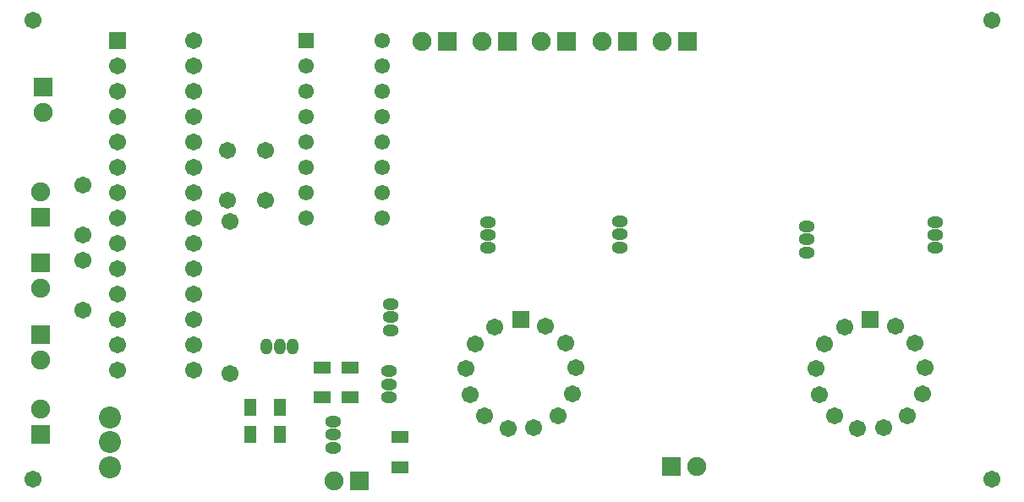
<source format=gbs>
G04 Layer_Color=16711935*
%FSLAX25Y25*%
%MOIN*%
G70*
G01*
G75*
%ADD32R,0.07099X0.04737*%
%ADD33R,0.04737X0.07099*%
%ADD34C,0.06706*%
%ADD35R,0.06706X0.06706*%
%ADD36R,0.06706X0.06706*%
%ADD37O,0.06312X0.04737*%
%ADD38C,0.06115*%
%ADD39R,0.06115X0.06115*%
%ADD40C,0.08674*%
%ADD41O,0.04737X0.06312*%
%ADD42R,0.07493X0.07493*%
%ADD43C,0.07493*%
%ADD44R,0.07493X0.07493*%
D32*
X132874Y40354D02*
D03*
Y52165D02*
D03*
X122047D02*
D03*
Y40354D02*
D03*
X152559Y12795D02*
D03*
Y24606D02*
D03*
D33*
X93504Y25591D02*
D03*
X105315D02*
D03*
X93504Y36417D02*
D03*
X105315D02*
D03*
D34*
X319882Y61417D02*
D03*
X327756Y68110D02*
D03*
X316493Y51794D02*
D03*
X317913Y41339D02*
D03*
X323819Y33071D02*
D03*
X332874Y27953D02*
D03*
X343110Y28346D02*
D03*
X352559Y33071D02*
D03*
X358465Y41732D02*
D03*
X359646Y51968D02*
D03*
X355709Y61811D02*
D03*
X347835Y68504D02*
D03*
X182087Y61417D02*
D03*
X189961Y68110D02*
D03*
X178698Y51794D02*
D03*
X180118Y41339D02*
D03*
X186024Y33071D02*
D03*
X195079Y27953D02*
D03*
X205315Y28346D02*
D03*
X214764Y33071D02*
D03*
X220669Y41732D02*
D03*
X221850Y51968D02*
D03*
X217913Y61811D02*
D03*
X210039Y68504D02*
D03*
X71102Y51142D02*
D03*
Y61142D02*
D03*
Y71142D02*
D03*
Y81142D02*
D03*
Y91142D02*
D03*
Y101142D02*
D03*
Y111142D02*
D03*
Y121142D02*
D03*
Y131142D02*
D03*
Y141142D02*
D03*
Y151142D02*
D03*
Y161142D02*
D03*
Y171142D02*
D03*
Y181142D02*
D03*
X41102Y51142D02*
D03*
Y61142D02*
D03*
Y71142D02*
D03*
Y81142D02*
D03*
Y91142D02*
D03*
Y101142D02*
D03*
Y111142D02*
D03*
Y121142D02*
D03*
Y131142D02*
D03*
Y141142D02*
D03*
Y151142D02*
D03*
Y161142D02*
D03*
Y171142D02*
D03*
X84646Y137795D02*
D03*
Y118110D02*
D03*
X99409Y137795D02*
D03*
Y118110D02*
D03*
X385827Y7874D02*
D03*
X7874D02*
D03*
X85630Y49803D02*
D03*
Y109646D02*
D03*
X27559Y104331D02*
D03*
Y124016D02*
D03*
Y94488D02*
D03*
Y74803D02*
D03*
X7874Y188976D02*
D03*
X385827D02*
D03*
D35*
X337992Y70866D02*
D03*
X200197D02*
D03*
D36*
X41102Y181142D02*
D03*
D37*
X363583Y99213D02*
D03*
Y104331D02*
D03*
Y109449D02*
D03*
X312992Y97441D02*
D03*
Y102559D02*
D03*
Y107677D02*
D03*
X148957Y66732D02*
D03*
Y71850D02*
D03*
Y76968D02*
D03*
X126319Y20472D02*
D03*
Y25591D02*
D03*
Y30709D02*
D03*
X148366Y40354D02*
D03*
Y45472D02*
D03*
Y50591D02*
D03*
X187402Y99213D02*
D03*
Y104331D02*
D03*
Y109449D02*
D03*
X239173Y99410D02*
D03*
Y104528D02*
D03*
Y109646D02*
D03*
D38*
X145669Y180866D02*
D03*
Y170866D02*
D03*
Y160866D02*
D03*
Y150866D02*
D03*
Y140866D02*
D03*
Y130866D02*
D03*
Y120866D02*
D03*
Y110866D02*
D03*
X115669D02*
D03*
Y120866D02*
D03*
Y130866D02*
D03*
Y140866D02*
D03*
Y150866D02*
D03*
Y160866D02*
D03*
Y170866D02*
D03*
D39*
Y180866D02*
D03*
D40*
X38386Y12795D02*
D03*
Y22638D02*
D03*
Y32480D02*
D03*
D41*
X110236Y60236D02*
D03*
X105118D02*
D03*
X100000D02*
D03*
D42*
X10827Y111221D02*
D03*
Y93504D02*
D03*
Y25591D02*
D03*
Y65118D02*
D03*
X11811Y162559D02*
D03*
D43*
X10827Y121221D02*
D03*
Y83504D02*
D03*
Y35591D02*
D03*
Y55118D02*
D03*
X269567Y12992D02*
D03*
X11811Y152559D02*
D03*
X126496Y7480D02*
D03*
X161142Y180709D02*
D03*
X184764D02*
D03*
X208386D02*
D03*
X232402D02*
D03*
X256024D02*
D03*
D44*
X259567Y12992D02*
D03*
X136496Y7480D02*
D03*
X171142Y180709D02*
D03*
X194764D02*
D03*
X218386D02*
D03*
X242402D02*
D03*
X266024D02*
D03*
M02*

</source>
